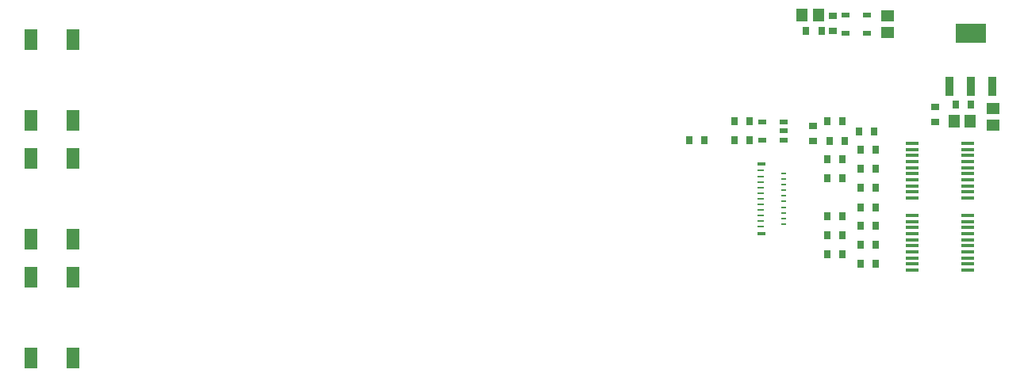
<source format=gtp>
G04*
G04 #@! TF.GenerationSoftware,Altium Limited,Altium Designer,23.3.1 (30)*
G04*
G04 Layer_Color=12040119*
%FSLAX25Y25*%
%MOIN*%
G70*
G04*
G04 #@! TF.SameCoordinates,15D68FC8-8055-42D3-B3C9-1605CC88C85B*
G04*
G04*
G04 #@! TF.FilePolarity,Positive*
G04*
G01*
G75*
%ADD15R,0.03347X0.02756*%
%ADD16R,0.05500X0.08500*%
%ADD17R,0.04921X0.05512*%
%ADD18R,0.03347X0.02362*%
%ADD19R,0.05512X0.04921*%
%ADD20R,0.02756X0.03347*%
%ADD21R,0.02835X0.00984*%
%ADD22R,0.02047X0.00984*%
%ADD23R,0.03347X0.01181*%
%ADD24R,0.05512X0.01772*%
%ADD25R,0.12992X0.08268*%
%ADD26R,0.03543X0.08268*%
D15*
X296600Y74248D02*
D03*
Y67752D02*
D03*
X305100Y120548D02*
D03*
Y114052D02*
D03*
X348000Y82248D02*
D03*
Y75752D02*
D03*
D16*
X-31900Y110500D02*
D03*
Y76500D02*
D03*
X-14100Y110500D02*
D03*
Y76500D02*
D03*
X-31900Y60500D02*
D03*
Y26500D02*
D03*
X-14100Y60500D02*
D03*
Y26500D02*
D03*
X-31900Y10500D02*
D03*
Y-23500D02*
D03*
X-14100Y10500D02*
D03*
Y-23500D02*
D03*
D17*
X292055Y120700D02*
D03*
X298945D02*
D03*
X356000Y76000D02*
D03*
X362890D02*
D03*
D18*
X319429Y113260D02*
D03*
Y120740D02*
D03*
X310571D02*
D03*
Y113260D02*
D03*
X284429Y68260D02*
D03*
Y72000D02*
D03*
Y75740D02*
D03*
X275571D02*
D03*
Y68260D02*
D03*
D19*
X328000Y113555D02*
D03*
Y120445D02*
D03*
X372540Y74555D02*
D03*
Y81445D02*
D03*
D20*
X363248Y83000D02*
D03*
X356752D02*
D03*
X251248Y68000D02*
D03*
X244752D02*
D03*
X300348Y114200D02*
D03*
X293852D02*
D03*
X263752Y68000D02*
D03*
X270248D02*
D03*
X263752Y76000D02*
D03*
X270248D02*
D03*
X316052Y71900D02*
D03*
X322548D02*
D03*
X310148Y67700D02*
D03*
X303652D02*
D03*
X323248Y39957D02*
D03*
X316752D02*
D03*
Y24000D02*
D03*
X323248D02*
D03*
X316752Y16043D02*
D03*
X323248D02*
D03*
X302752Y20000D02*
D03*
X309248D02*
D03*
Y36000D02*
D03*
X302752D02*
D03*
X309248Y28000D02*
D03*
X302752D02*
D03*
X309248Y52000D02*
D03*
X302752D02*
D03*
X316752Y64000D02*
D03*
X323248D02*
D03*
X302752Y60000D02*
D03*
X309248D02*
D03*
X302752Y76000D02*
D03*
X309248D02*
D03*
X323248Y48000D02*
D03*
X316752D02*
D03*
X323248Y56000D02*
D03*
X316752D02*
D03*
X323248Y32000D02*
D03*
X316752D02*
D03*
D21*
X274807Y43500D02*
D03*
Y41138D02*
D03*
Y38776D02*
D03*
Y36413D02*
D03*
Y34051D02*
D03*
Y31689D02*
D03*
Y45862D02*
D03*
Y48224D02*
D03*
Y50587D02*
D03*
Y52949D02*
D03*
Y55311D02*
D03*
D22*
X284374Y42319D02*
D03*
Y39957D02*
D03*
Y37595D02*
D03*
Y35232D02*
D03*
Y32870D02*
D03*
Y44681D02*
D03*
Y47043D02*
D03*
Y49406D02*
D03*
Y51768D02*
D03*
Y54130D02*
D03*
D23*
X275063Y58106D02*
D03*
Y28894D02*
D03*
D24*
X338386Y66827D02*
D03*
Y64268D02*
D03*
Y61709D02*
D03*
Y59150D02*
D03*
Y56590D02*
D03*
Y54031D02*
D03*
Y51472D02*
D03*
Y48913D02*
D03*
Y46354D02*
D03*
Y43795D02*
D03*
X361614Y66827D02*
D03*
Y64268D02*
D03*
Y61709D02*
D03*
Y59150D02*
D03*
Y56590D02*
D03*
Y54031D02*
D03*
Y51472D02*
D03*
Y48913D02*
D03*
Y46354D02*
D03*
Y43795D02*
D03*
X338386Y36516D02*
D03*
Y33957D02*
D03*
Y31398D02*
D03*
Y28839D02*
D03*
Y26280D02*
D03*
Y23720D02*
D03*
Y21161D02*
D03*
Y18602D02*
D03*
Y16043D02*
D03*
Y13484D02*
D03*
X361614Y36516D02*
D03*
Y33957D02*
D03*
Y31398D02*
D03*
Y28839D02*
D03*
Y26280D02*
D03*
Y23720D02*
D03*
Y21161D02*
D03*
Y18602D02*
D03*
Y16043D02*
D03*
Y13484D02*
D03*
D25*
X363000Y113221D02*
D03*
D26*
X372055Y90780D02*
D03*
X363000D02*
D03*
X353945D02*
D03*
M02*

</source>
